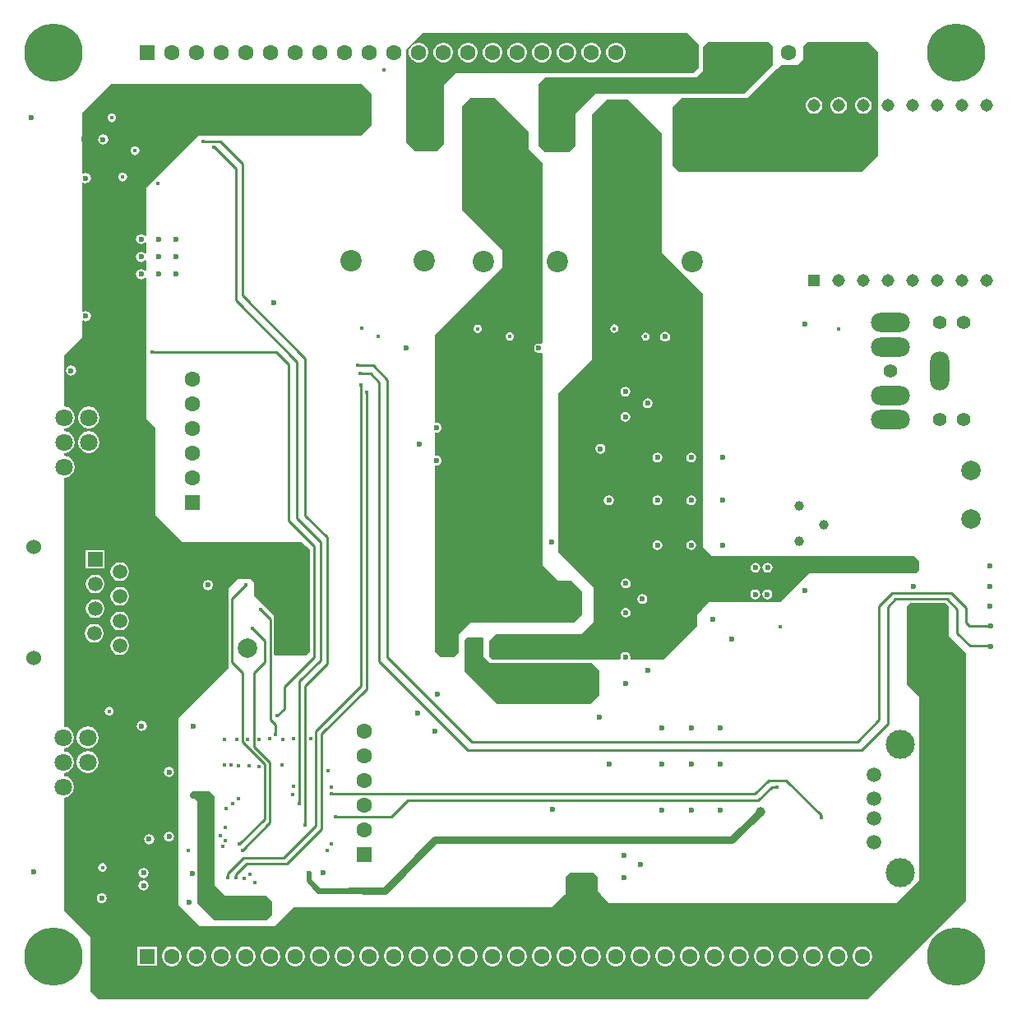
<source format=gbr>
%TF.GenerationSoftware,Altium Limited,Altium Designer,21.8.1 (53)*%
G04 Layer_Physical_Order=3*
G04 Layer_Color=16440176*
%FSLAX45Y45*%
%MOMM*%
%TF.SameCoordinates,BA403207-4E74-424F-88DB-B819054AD5B4*%
%TF.FilePolarity,Positive*%
%TF.FileFunction,Copper,L3,Inr,Signal*%
%TF.Part,Single*%
G01*
G75*
%TA.AperFunction,Conductor*%
%ADD42C,0.25400*%
%ADD43C,0.50000*%
%ADD46C,0.60000*%
%ADD51C,0.80000*%
%TA.AperFunction,ViaPad*%
%ADD53C,6.00000*%
%TA.AperFunction,ComponentPad*%
%ADD54C,1.60000*%
%ADD55R,1.60000X1.60000*%
%ADD56C,2.00000*%
%ADD57R,1.60000X1.60000*%
%ADD58C,1.52400*%
%ADD59C,1.50000*%
%ADD60R,1.50000X1.50000*%
%ADD61O,3.50000X2.60000*%
%ADD62C,2.20000*%
%ADD63C,3.00000*%
%ADD64C,1.80000*%
%ADD65R,1.30800X1.30800*%
%ADD66C,1.30800*%
%ADD67O,2.00000X4.00000*%
%ADD68O,4.00000X2.00000*%
%ADD69C,1.40000*%
%TA.AperFunction,ViaPad*%
%ADD70C,0.45000*%
%ADD71C,0.60000*%
%ADD72C,1.00000*%
%TA.AperFunction,Conductor*%
%ADD73C,0.70000*%
%ADD74C,0.75000*%
G36*
X6650000Y90000D02*
X6650000Y-150000D01*
X6590000Y-210000D01*
X4140000D01*
X4020000Y-330000D01*
Y-940000D01*
X3950000Y-1010000D01*
X3720000D01*
X3630000Y-920000D01*
Y37329D01*
X3803582Y210911D01*
X6529089D01*
X6650000Y90000D01*
D02*
G37*
G36*
X7410000Y70000D02*
X7410000Y-126999D01*
X7116000Y-421000D01*
X5582000D01*
X5380000Y-623000D01*
Y-950000D01*
X5310000Y-1020000D01*
X5060000D01*
X5000000Y-960000D01*
X5000000Y-320000D01*
X5070000Y-250000D01*
X6627000D01*
X6691000Y-186000D01*
Y61000D01*
X6740000Y110000D01*
X7370000D01*
X7410000Y70000D01*
D02*
G37*
G36*
X8489000Y11000D02*
Y-1053000D01*
X8322000Y-1220000D01*
X6440000D01*
X6380000Y-1160000D01*
Y-790000D01*
Y-558000D01*
X6472000Y-466000D01*
X7147895D01*
X7450000Y-163898D01*
X7489575Y-124322D01*
X7667476D01*
X7726301Y-65498D01*
Y70031D01*
X7763180Y110000D01*
X8390000D01*
X8489000Y11000D01*
D02*
G37*
G36*
X3280000Y-420000D02*
Y-740001D01*
X3170001Y-850000D01*
X1494712D01*
X956400Y-1388312D01*
Y-1880689D01*
X943944Y-1883167D01*
X942369Y-1879364D01*
X904100Y-1863513D01*
X865832Y-1879364D01*
X849981Y-1917633D01*
X865832Y-1955901D01*
X904100Y-1971752D01*
X942369Y-1955901D01*
X943944Y-1952098D01*
X956400Y-1954576D01*
Y-2060689D01*
X943944Y-2063167D01*
X942369Y-2059364D01*
X904100Y-2043513D01*
X865832Y-2059364D01*
X849981Y-2097633D01*
X865832Y-2135901D01*
X904100Y-2151752D01*
X942369Y-2135901D01*
X943944Y-2132098D01*
X956400Y-2134576D01*
Y-2240689D01*
X943944Y-2243167D01*
X942369Y-2239364D01*
X904100Y-2223513D01*
X865832Y-2239364D01*
X849981Y-2277633D01*
X865832Y-2315901D01*
X904100Y-2331752D01*
X942369Y-2315901D01*
X943944Y-2312098D01*
X956400Y-2314576D01*
Y-3763873D01*
X1054003Y-3861476D01*
Y-4758067D01*
X1325936Y-5030000D01*
X2549695D01*
X2640000Y-5109017D01*
Y-6160000D01*
X2600000Y-6200000D01*
X2460000D01*
X2459593Y-6199593D01*
X2284725D01*
X2271104Y-6185972D01*
Y-5788425D01*
X2068040Y-5585361D01*
Y-5453153D01*
X2031868Y-5416980D01*
X1895484D01*
Y-5419401D01*
X1807538Y-5507346D01*
Y-5612778D01*
X1806847Y-5614446D01*
Y-6272123D01*
X1807538Y-6273792D01*
Y-6329363D01*
X1670232Y-6466669D01*
X1286087Y-6850814D01*
X1286087Y-8765476D01*
X1508794Y-8988183D01*
X2278446D01*
X2472630Y-8794000D01*
X5131779Y-8795853D01*
X5268084Y-8664986D01*
X5276878Y-8656192D01*
Y-8483217D01*
X5324571Y-8435524D01*
X5560055D01*
X5603277Y-8478746D01*
Y-8620335D01*
X5642028Y-8664986D01*
X5727041Y-8750000D01*
X8682590D01*
X8919378Y-8513212D01*
Y-6635378D01*
X8785000Y-6501000D01*
Y-5692042D01*
X8820310Y-5656732D01*
X9177380D01*
X9218693Y-5698045D01*
Y-5997024D01*
X9402194Y-6180525D01*
Y-8724937D01*
X8382741Y-9744390D01*
X1264389Y-9744389D01*
X1262211Y-9742211D01*
X470444D01*
X382969Y-9654736D01*
Y-9101517D01*
X110000Y-8828548D01*
Y-7664166D01*
X142920Y-7657617D01*
X179305Y-7633305D01*
X203618Y-7596920D01*
X212155Y-7554000D01*
X203618Y-7511080D01*
X179305Y-7474694D01*
X142920Y-7450382D01*
X110000Y-7443834D01*
Y-7410166D01*
X142920Y-7403617D01*
X179305Y-7379305D01*
X203618Y-7342920D01*
X212155Y-7300000D01*
X203618Y-7257080D01*
X179305Y-7220694D01*
X142920Y-7196382D01*
X110000Y-7189834D01*
Y-7156166D01*
X142920Y-7149617D01*
X179305Y-7125305D01*
X203618Y-7088920D01*
X212155Y-7046000D01*
X203618Y-7003080D01*
X179305Y-6966694D01*
X142920Y-6942382D01*
X110000Y-6935834D01*
Y-4372155D01*
X152920Y-4363618D01*
X189305Y-4339306D01*
X213618Y-4302920D01*
X222155Y-4260000D01*
X213618Y-4217080D01*
X189305Y-4180695D01*
X152920Y-4156383D01*
X110000Y-4147845D01*
Y-4118155D01*
X152920Y-4109618D01*
X189305Y-4085306D01*
X213618Y-4048920D01*
X222155Y-4006000D01*
X213618Y-3963080D01*
X189305Y-3926695D01*
X152920Y-3902383D01*
X110000Y-3893845D01*
Y-3864155D01*
X152920Y-3855618D01*
X189305Y-3831306D01*
X213618Y-3794920D01*
X222155Y-3752000D01*
X213618Y-3709080D01*
X189305Y-3672695D01*
X152920Y-3648383D01*
X110000Y-3639845D01*
Y-3108113D01*
X296026Y-2922087D01*
Y-2757411D01*
X306586Y-2750355D01*
X334100Y-2761752D01*
X372369Y-2745901D01*
X388220Y-2707633D01*
X372369Y-2669364D01*
X334100Y-2653513D01*
X306586Y-2664910D01*
X296026Y-2657854D01*
Y-1337411D01*
X306586Y-1330355D01*
X334100Y-1341752D01*
X372369Y-1325901D01*
X388220Y-1287633D01*
X372369Y-1249364D01*
X334100Y-1233513D01*
X306586Y-1244910D01*
X296026Y-1237854D01*
Y-613974D01*
X590001Y-320000D01*
X3180000D01*
X3280000Y-420000D01*
D02*
G37*
G36*
X4891848Y-811849D02*
Y-985936D01*
X5034747Y-1132928D01*
X5034747Y-2490030D01*
Y-2987443D01*
X5022047Y-2995013D01*
X5009946Y-2990000D01*
X4990054D01*
X4971677Y-2997612D01*
X4957612Y-3011677D01*
X4950000Y-3030054D01*
Y-3049946D01*
X4957612Y-3068323D01*
X4971677Y-3082388D01*
X4990054Y-3090000D01*
X5009946D01*
X5022047Y-3084987D01*
X5034747Y-3092557D01*
Y-5270747D01*
X5194000Y-5430000D01*
X5330000D01*
X5445781Y-5545782D01*
Y-5776590D01*
X5362372Y-5860000D01*
X5283355D01*
X4420215Y-5860215D01*
X4296000Y-5860000D01*
X4173000Y-5983000D01*
Y-6177000D01*
X4127000Y-6223000D01*
X3990000D01*
X3933000Y-6166000D01*
Y-4250762D01*
X3940243Y-4245922D01*
X3960134D01*
X3978511Y-4238311D01*
X3992576Y-4224245D01*
X4000188Y-4205868D01*
Y-4185977D01*
X3992576Y-4167600D01*
X3978511Y-4153534D01*
X3960134Y-4145923D01*
X3940243D01*
X3933000Y-4141083D01*
Y-3910762D01*
X3940243Y-3905922D01*
X3960134D01*
X3978511Y-3898310D01*
X3992576Y-3884245D01*
X4000188Y-3865868D01*
Y-3845977D01*
X3992576Y-3827600D01*
X3978511Y-3813534D01*
X3960134Y-3805923D01*
X3940243D01*
X3933000Y-3801083D01*
Y-2897033D01*
X4625470Y-2204563D01*
Y-2033155D01*
X4210000Y-1617685D01*
Y-550000D01*
X4300000Y-460000D01*
X4540000D01*
X4891848Y-811849D01*
D02*
G37*
G36*
X6266825Y-826825D02*
Y-2054469D01*
X6692586Y-2480230D01*
Y-5092559D01*
X6780647Y-5180620D01*
X8867792D01*
X8917942Y-5230770D01*
Y-5327274D01*
X8885497Y-5359719D01*
X7780308D01*
X7484003Y-5656024D01*
X6748334D01*
X6681573Y-5729320D01*
X6632894Y-5778000D01*
Y-5898106D01*
X6287000Y-6244000D01*
X5946006D01*
X5938169Y-6231300D01*
X5941113Y-6216502D01*
X5937232Y-6196993D01*
X5926181Y-6180454D01*
X5909642Y-6169403D01*
X5890133Y-6165523D01*
X5870624Y-6169403D01*
X5854085Y-6180454D01*
X5843034Y-6196993D01*
X5839154Y-6216502D01*
X5842097Y-6231300D01*
X5834260Y-6244000D01*
X4522000D01*
X4488000Y-6210000D01*
Y-6048000D01*
X4552000Y-5984000D01*
X5433781D01*
X5562615Y-5855166D01*
Y-5502789D01*
X5196279Y-5136453D01*
Y-3511442D01*
X5550000Y-3157720D01*
Y-630000D01*
X5700000Y-480000D01*
X5920000D01*
X6266825Y-826825D01*
D02*
G37*
G36*
X4433000Y-6028785D02*
Y-6215000D01*
X4495000Y-6277000D01*
X5542000D01*
X5544000Y-6275000D01*
X5620000Y-6351000D01*
Y-6605000D01*
X5526000Y-6699000D01*
X4568000D01*
X4235000Y-6366000D01*
Y-6039000D01*
X4262000Y-6012000D01*
X4416215D01*
X4433000Y-6028785D01*
D02*
G37*
G36*
X1663127Y-7657901D02*
Y-8574989D01*
X1766201Y-8678062D01*
X2197795D01*
X2256900Y-8737168D01*
Y-8867608D01*
X2197067Y-8927441D01*
X2197016Y-8927398D01*
X2197016Y-8927399D01*
X2196698Y-8927716D01*
X2184653Y-8928257D01*
X1663127D01*
X1483000Y-8748130D01*
Y-7705675D01*
X1456617Y-7679293D01*
X1430235D01*
X1405346Y-7654404D01*
Y-7624795D01*
X1429399Y-7600742D01*
X1605968D01*
X1663127Y-7657901D01*
D02*
G37*
%LPC*%
G36*
X5805665Y105000D02*
X5779335D01*
X5753902Y98185D01*
X5731099Y85020D01*
X5712480Y66401D01*
X5699315Y43599D01*
X5692500Y18166D01*
Y-8165D01*
X5699315Y-33598D01*
X5712480Y-56401D01*
X5731099Y-75019D01*
X5753902Y-88185D01*
X5779335Y-95000D01*
X5805665D01*
X5831098Y-88185D01*
X5853901Y-75019D01*
X5872520Y-56401D01*
X5885685Y-33598D01*
X5892500Y-8165D01*
Y18166D01*
X5885685Y43599D01*
X5872520Y66401D01*
X5853901Y85020D01*
X5831098Y98185D01*
X5805665Y105000D01*
D02*
G37*
G36*
X5551665D02*
X5525335D01*
X5499902Y98185D01*
X5477099Y85020D01*
X5458480Y66401D01*
X5445315Y43599D01*
X5438500Y18166D01*
Y-8165D01*
X5445315Y-33598D01*
X5458480Y-56401D01*
X5477099Y-75019D01*
X5499902Y-88185D01*
X5525335Y-95000D01*
X5551665D01*
X5577098Y-88185D01*
X5599901Y-75019D01*
X5618520Y-56401D01*
X5631685Y-33598D01*
X5638500Y-8165D01*
Y18166D01*
X5631685Y43599D01*
X5618520Y66401D01*
X5599901Y85020D01*
X5577098Y98185D01*
X5551665Y105000D01*
D02*
G37*
G36*
X5297665D02*
X5271335D01*
X5245902Y98185D01*
X5223099Y85020D01*
X5204480Y66401D01*
X5191315Y43599D01*
X5184500Y18166D01*
Y-8165D01*
X5191315Y-33598D01*
X5204480Y-56401D01*
X5223099Y-75019D01*
X5245902Y-88185D01*
X5271335Y-95000D01*
X5297665D01*
X5323098Y-88185D01*
X5345901Y-75019D01*
X5364520Y-56401D01*
X5377685Y-33598D01*
X5384500Y-8165D01*
Y18166D01*
X5377685Y43599D01*
X5364520Y66401D01*
X5345901Y85020D01*
X5323098Y98185D01*
X5297665Y105000D01*
D02*
G37*
G36*
X5043665D02*
X5017335D01*
X4991902Y98185D01*
X4969099Y85020D01*
X4950480Y66401D01*
X4937315Y43599D01*
X4930500Y18166D01*
Y-8165D01*
X4937315Y-33598D01*
X4950480Y-56401D01*
X4969099Y-75019D01*
X4991902Y-88185D01*
X5017335Y-95000D01*
X5043665D01*
X5069098Y-88185D01*
X5091901Y-75019D01*
X5110520Y-56401D01*
X5123685Y-33598D01*
X5130500Y-8165D01*
Y18166D01*
X5123685Y43599D01*
X5110520Y66401D01*
X5091901Y85020D01*
X5069098Y98185D01*
X5043665Y105000D01*
D02*
G37*
G36*
X4789665D02*
X4763335D01*
X4737902Y98185D01*
X4715099Y85020D01*
X4696480Y66401D01*
X4683315Y43599D01*
X4676500Y18166D01*
Y-8165D01*
X4683315Y-33598D01*
X4696480Y-56401D01*
X4715099Y-75019D01*
X4737902Y-88185D01*
X4763335Y-95000D01*
X4789665D01*
X4815098Y-88185D01*
X4837901Y-75019D01*
X4856520Y-56401D01*
X4869685Y-33598D01*
X4876500Y-8165D01*
Y18166D01*
X4869685Y43599D01*
X4856520Y66401D01*
X4837901Y85020D01*
X4815098Y98185D01*
X4789665Y105000D01*
D02*
G37*
G36*
X4535665D02*
X4509335D01*
X4483902Y98185D01*
X4461099Y85020D01*
X4442480Y66401D01*
X4429315Y43599D01*
X4422500Y18166D01*
Y-8165D01*
X4429315Y-33598D01*
X4442480Y-56401D01*
X4461099Y-75019D01*
X4483902Y-88185D01*
X4509335Y-95000D01*
X4535665D01*
X4561098Y-88185D01*
X4583901Y-75019D01*
X4602520Y-56401D01*
X4615685Y-33598D01*
X4622500Y-8165D01*
Y18166D01*
X4615685Y43599D01*
X4602520Y66401D01*
X4583901Y85020D01*
X4561098Y98185D01*
X4535665Y105000D01*
D02*
G37*
G36*
X4281665D02*
X4255335D01*
X4229902Y98185D01*
X4207099Y85020D01*
X4188480Y66401D01*
X4175315Y43599D01*
X4168500Y18166D01*
Y-8165D01*
X4175315Y-33598D01*
X4188480Y-56401D01*
X4207099Y-75019D01*
X4229902Y-88185D01*
X4255335Y-95000D01*
X4281665D01*
X4307098Y-88185D01*
X4329901Y-75019D01*
X4348520Y-56401D01*
X4361685Y-33598D01*
X4368500Y-8165D01*
Y18166D01*
X4361685Y43599D01*
X4348520Y66401D01*
X4329901Y85020D01*
X4307098Y98185D01*
X4281665Y105000D01*
D02*
G37*
G36*
X4027665D02*
X4001335D01*
X3975902Y98185D01*
X3953099Y85020D01*
X3934480Y66401D01*
X3921315Y43599D01*
X3914500Y18166D01*
Y-8165D01*
X3921315Y-33598D01*
X3934480Y-56401D01*
X3953099Y-75019D01*
X3975902Y-88185D01*
X4001335Y-95000D01*
X4027665D01*
X4053098Y-88185D01*
X4075901Y-75019D01*
X4094520Y-56401D01*
X4107685Y-33598D01*
X4114500Y-8165D01*
Y18166D01*
X4107685Y43599D01*
X4094520Y66401D01*
X4075901Y85020D01*
X4053098Y98185D01*
X4027665Y105000D01*
D02*
G37*
G36*
X3773665D02*
X3747335D01*
X3721902Y98185D01*
X3699099Y85020D01*
X3680480Y66401D01*
X3667315Y43599D01*
X3660500Y18166D01*
Y-8165D01*
X3667315Y-33598D01*
X3680480Y-56401D01*
X3699099Y-75019D01*
X3721902Y-88185D01*
X3747335Y-95000D01*
X3773665D01*
X3799098Y-88185D01*
X3821901Y-75019D01*
X3840520Y-56401D01*
X3853685Y-33598D01*
X3860500Y-8165D01*
Y18166D01*
X3853685Y43599D01*
X3840520Y66401D01*
X3821901Y85020D01*
X3799098Y98185D01*
X3773665Y105000D01*
D02*
G37*
G36*
X8353263Y-454674D02*
X8330777D01*
X8309057Y-460494D01*
X8289583Y-471737D01*
X8273683Y-487637D01*
X8262440Y-507110D01*
X8256620Y-528831D01*
Y-551317D01*
X8262440Y-573037D01*
X8273683Y-592510D01*
X8289583Y-608411D01*
X8309057Y-619654D01*
X8330777Y-625473D01*
X8353263D01*
X8374983Y-619654D01*
X8394457Y-608411D01*
X8410357Y-592510D01*
X8421600Y-573037D01*
X8427420Y-551317D01*
Y-528831D01*
X8421600Y-507110D01*
X8410357Y-487637D01*
X8394457Y-471737D01*
X8374983Y-460494D01*
X8353263Y-454674D01*
D02*
G37*
G36*
X8099263D02*
X8076777D01*
X8055057Y-460494D01*
X8035583Y-471737D01*
X8019683Y-487637D01*
X8008440Y-507110D01*
X8002620Y-528831D01*
Y-551317D01*
X8008440Y-573037D01*
X8019683Y-592510D01*
X8035583Y-608411D01*
X8055057Y-619654D01*
X8076777Y-625473D01*
X8099263D01*
X8120983Y-619654D01*
X8140457Y-608411D01*
X8156357Y-592510D01*
X8167600Y-573037D01*
X8173420Y-551317D01*
Y-528831D01*
X8167600Y-507110D01*
X8156357Y-487637D01*
X8140457Y-471737D01*
X8120983Y-460494D01*
X8099263Y-454674D01*
D02*
G37*
G36*
X7845263D02*
X7822777D01*
X7801057Y-460494D01*
X7781583Y-471737D01*
X7765683Y-487637D01*
X7754440Y-507110D01*
X7748620Y-528831D01*
Y-551317D01*
X7754440Y-573037D01*
X7765683Y-592510D01*
X7781583Y-608411D01*
X7801057Y-619654D01*
X7822777Y-625473D01*
X7845263D01*
X7866983Y-619654D01*
X7886457Y-608411D01*
X7902357Y-592510D01*
X7913600Y-573037D01*
X7919420Y-551317D01*
Y-528831D01*
X7913600Y-507110D01*
X7902357Y-487637D01*
X7886457Y-471737D01*
X7866983Y-460494D01*
X7845263Y-454674D01*
D02*
G37*
G36*
X602199Y-620733D02*
X569671Y-634206D01*
X556197Y-666734D01*
X569671Y-699262D01*
X602199Y-712736D01*
X634727Y-699262D01*
X648200Y-666734D01*
X634727Y-634206D01*
X602199Y-620733D01*
D02*
G37*
G36*
X512205Y-835880D02*
X473937Y-851731D01*
X458085Y-889999D01*
X473937Y-928268D01*
X512205Y-944119D01*
X550473Y-928268D01*
X566324Y-889999D01*
X550473Y-851731D01*
X512205Y-835880D01*
D02*
G37*
G36*
X839929Y-959140D02*
X807401Y-972613D01*
X793928Y-1005141D01*
X807401Y-1037670D01*
X839929Y-1051143D01*
X872457Y-1037670D01*
X885930Y-1005141D01*
X872457Y-972613D01*
X839929Y-959140D01*
D02*
G37*
G36*
X713440Y-1230697D02*
X680912Y-1244170D01*
X667439Y-1276698D01*
X680912Y-1309226D01*
X713440Y-1322699D01*
X745968Y-1309226D01*
X759441Y-1276698D01*
X745968Y-1244170D01*
X713440Y-1230697D01*
D02*
G37*
G36*
X180000Y-3215881D02*
X141731Y-3231732D01*
X125880Y-3270000D01*
X141731Y-3308268D01*
X180000Y-3324120D01*
X218268Y-3308268D01*
X234119Y-3270000D01*
X218268Y-3231732D01*
X180000Y-3215881D01*
D02*
G37*
G36*
X364000Y-3639845D02*
X321080Y-3648383D01*
X284695Y-3672695D01*
X260383Y-3709080D01*
X251845Y-3752000D01*
X260383Y-3794920D01*
X284695Y-3831306D01*
X321080Y-3855618D01*
X364000Y-3864155D01*
X406920Y-3855618D01*
X443305Y-3831306D01*
X467618Y-3794920D01*
X476155Y-3752000D01*
X467618Y-3709080D01*
X443305Y-3672695D01*
X406920Y-3648383D01*
X364000Y-3639845D01*
D02*
G37*
G36*
Y-3893845D02*
X321080Y-3902383D01*
X284695Y-3926695D01*
X260383Y-3963080D01*
X251845Y-4006000D01*
X260383Y-4048920D01*
X284695Y-4085306D01*
X321080Y-4109618D01*
X364000Y-4118155D01*
X406920Y-4109618D01*
X443305Y-4085306D01*
X467618Y-4048920D01*
X476155Y-4006000D01*
X467618Y-3963080D01*
X443305Y-3926695D01*
X406920Y-3902383D01*
X364000Y-3893845D01*
D02*
G37*
G36*
X525000Y-5117000D02*
X335000D01*
Y-5307000D01*
X525000D01*
Y-5117000D01*
D02*
G37*
G36*
X684000Y-5242139D02*
X646933Y-5249512D01*
X615509Y-5270509D01*
X594512Y-5301933D01*
X587139Y-5339000D01*
X594512Y-5376067D01*
X615509Y-5407491D01*
X646933Y-5428488D01*
X684000Y-5435861D01*
X721067Y-5428488D01*
X752491Y-5407491D01*
X773488Y-5376067D01*
X780861Y-5339000D01*
X773488Y-5301933D01*
X752491Y-5270509D01*
X721067Y-5249512D01*
X684000Y-5242139D01*
D02*
G37*
G36*
X1592554Y-5422355D02*
X1554286Y-5438206D01*
X1538435Y-5476474D01*
X1554286Y-5514743D01*
X1592554Y-5530594D01*
X1630823Y-5514743D01*
X1646674Y-5476474D01*
X1630823Y-5438206D01*
X1592554Y-5422355D01*
D02*
G37*
G36*
X430000Y-5369139D02*
X392933Y-5376512D01*
X361509Y-5397509D01*
X340512Y-5428933D01*
X333139Y-5466000D01*
X340512Y-5503067D01*
X361509Y-5534491D01*
X392933Y-5555488D01*
X430000Y-5562861D01*
X467067Y-5555488D01*
X498491Y-5534491D01*
X519488Y-5503067D01*
X526861Y-5466000D01*
X519488Y-5428933D01*
X498491Y-5397509D01*
X467067Y-5376512D01*
X430000Y-5369139D01*
D02*
G37*
G36*
X684000Y-5496139D02*
X646933Y-5503512D01*
X615509Y-5524509D01*
X594512Y-5555933D01*
X587139Y-5593000D01*
X594512Y-5630067D01*
X615509Y-5661491D01*
X646933Y-5682488D01*
X684000Y-5689861D01*
X721067Y-5682488D01*
X752491Y-5661491D01*
X773488Y-5630067D01*
X780861Y-5593000D01*
X773488Y-5555933D01*
X752491Y-5524509D01*
X721067Y-5503512D01*
X684000Y-5496139D01*
D02*
G37*
G36*
X430000Y-5623139D02*
X392933Y-5630512D01*
X361509Y-5651509D01*
X340512Y-5682933D01*
X333139Y-5720000D01*
X340512Y-5757067D01*
X361509Y-5788491D01*
X392933Y-5809488D01*
X430000Y-5816861D01*
X467067Y-5809488D01*
X498491Y-5788491D01*
X519488Y-5757067D01*
X526861Y-5720000D01*
X519488Y-5682933D01*
X498491Y-5651509D01*
X467067Y-5630512D01*
X430000Y-5623139D01*
D02*
G37*
G36*
X684000Y-5750139D02*
X646933Y-5757512D01*
X615509Y-5778509D01*
X594512Y-5809933D01*
X587139Y-5847000D01*
X594512Y-5884067D01*
X615509Y-5915491D01*
X646933Y-5936488D01*
X684000Y-5943861D01*
X721067Y-5936488D01*
X752491Y-5915491D01*
X773488Y-5884067D01*
X780861Y-5847000D01*
X773488Y-5809933D01*
X752491Y-5778509D01*
X721067Y-5757512D01*
X684000Y-5750139D01*
D02*
G37*
G36*
X420000Y-5877139D02*
X382933Y-5884512D01*
X351509Y-5905509D01*
X330512Y-5936933D01*
X323139Y-5974000D01*
X330512Y-6011067D01*
X351509Y-6042491D01*
X382933Y-6063488D01*
X420000Y-6070861D01*
X457067Y-6063488D01*
X488491Y-6042491D01*
X509488Y-6011067D01*
X516861Y-5974000D01*
X509488Y-5936933D01*
X488491Y-5905509D01*
X457067Y-5884512D01*
X420000Y-5877139D01*
D02*
G37*
G36*
X684000Y-6004139D02*
X646933Y-6011512D01*
X615509Y-6032509D01*
X594512Y-6063933D01*
X587139Y-6101000D01*
X594512Y-6138067D01*
X615509Y-6169491D01*
X646933Y-6190488D01*
X684000Y-6197861D01*
X721067Y-6190488D01*
X752491Y-6169491D01*
X773488Y-6138067D01*
X780861Y-6101000D01*
X773488Y-6063933D01*
X752491Y-6032509D01*
X721067Y-6011512D01*
X684000Y-6004139D01*
D02*
G37*
G36*
X575844Y-6730582D02*
X543316Y-6744056D01*
X529843Y-6776584D01*
X543316Y-6809112D01*
X575844Y-6822585D01*
X608372Y-6809112D01*
X621846Y-6776584D01*
X608372Y-6744056D01*
X575844Y-6730582D01*
D02*
G37*
G36*
X909240Y-6873787D02*
X870972Y-6889638D01*
X855121Y-6927907D01*
X870972Y-6966175D01*
X909240Y-6982026D01*
X947509Y-6966175D01*
X963360Y-6927907D01*
X947509Y-6889638D01*
X909240Y-6873787D01*
D02*
G37*
G36*
X354000Y-6933845D02*
X311080Y-6942382D01*
X274695Y-6966694D01*
X250383Y-7003080D01*
X241845Y-7046000D01*
X250383Y-7088920D01*
X274695Y-7125305D01*
X311080Y-7149617D01*
X354000Y-7158155D01*
X396920Y-7149617D01*
X433305Y-7125305D01*
X457618Y-7088920D01*
X466155Y-7046000D01*
X457618Y-7003080D01*
X433305Y-6966694D01*
X396920Y-6942382D01*
X354000Y-6933845D01*
D02*
G37*
G36*
Y-7187845D02*
X311080Y-7196382D01*
X274695Y-7220694D01*
X250383Y-7257080D01*
X241845Y-7300000D01*
X250383Y-7342920D01*
X274695Y-7379305D01*
X311080Y-7403617D01*
X354000Y-7412155D01*
X396920Y-7403617D01*
X433305Y-7379305D01*
X457618Y-7342920D01*
X466155Y-7300000D01*
X457618Y-7257080D01*
X433305Y-7220694D01*
X396920Y-7196382D01*
X354000Y-7187845D01*
D02*
G37*
G36*
X1192621Y-7349619D02*
X1154353Y-7365470D01*
X1138502Y-7403739D01*
X1154353Y-7442007D01*
X1192621Y-7457858D01*
X1230890Y-7442007D01*
X1246741Y-7403739D01*
X1230890Y-7365470D01*
X1192621Y-7349619D01*
D02*
G37*
G36*
X1192175Y-8011383D02*
X1153907Y-8027234D01*
X1138056Y-8065503D01*
X1153907Y-8103771D01*
X1192175Y-8119622D01*
X1230444Y-8103771D01*
X1246295Y-8065503D01*
X1230444Y-8027234D01*
X1192175Y-8011383D01*
D02*
G37*
G36*
X985000Y-8038380D02*
X946732Y-8054232D01*
X930881Y-8092500D01*
X946732Y-8130768D01*
X985000Y-8146619D01*
X1023268Y-8130768D01*
X1039120Y-8092500D01*
X1023268Y-8054232D01*
X985000Y-8038380D01*
D02*
G37*
G36*
X505844Y-8338083D02*
X473316Y-8351556D01*
X459843Y-8384084D01*
X473316Y-8416612D01*
X505844Y-8430086D01*
X538372Y-8416612D01*
X551846Y-8384084D01*
X538372Y-8351556D01*
X505844Y-8338083D01*
D02*
G37*
G36*
X930000Y-8385880D02*
X891732Y-8401731D01*
X875880Y-8440000D01*
X891732Y-8478268D01*
X930000Y-8494119D01*
X968268Y-8478268D01*
X984119Y-8440000D01*
X968268Y-8401731D01*
X930000Y-8385880D01*
D02*
G37*
G36*
Y-8515880D02*
X891732Y-8531731D01*
X875880Y-8570000D01*
X891732Y-8608268D01*
X930000Y-8624119D01*
X968268Y-8608268D01*
X984119Y-8570000D01*
X968268Y-8531731D01*
X930000Y-8515880D01*
D02*
G37*
G36*
X500000Y-8645881D02*
X461732Y-8661732D01*
X445880Y-8700000D01*
X461732Y-8738269D01*
X500000Y-8754120D01*
X538268Y-8738269D01*
X554120Y-8700000D01*
X538268Y-8661732D01*
X500000Y-8645881D01*
D02*
G37*
G36*
X1065500Y-9197500D02*
X865500D01*
Y-9397500D01*
X1065500D01*
Y-9197500D01*
D02*
G37*
G36*
X8331500Y-9195541D02*
X8292482Y-9203302D01*
X8259404Y-9225404D01*
X8237302Y-9258482D01*
X8229541Y-9297500D01*
X8237302Y-9336518D01*
X8259404Y-9369596D01*
X8292482Y-9391697D01*
X8331500Y-9399459D01*
X8370518Y-9391697D01*
X8403596Y-9369596D01*
X8425698Y-9336518D01*
X8433459Y-9297500D01*
X8425698Y-9258482D01*
X8403596Y-9225404D01*
X8370518Y-9203302D01*
X8331500Y-9195541D01*
D02*
G37*
G36*
X8077500D02*
X8038482Y-9203302D01*
X8005404Y-9225404D01*
X7983302Y-9258482D01*
X7975541Y-9297500D01*
X7983302Y-9336518D01*
X8005404Y-9369596D01*
X8038482Y-9391697D01*
X8077500Y-9399459D01*
X8116518Y-9391697D01*
X8149596Y-9369596D01*
X8171698Y-9336518D01*
X8179459Y-9297500D01*
X8171698Y-9258482D01*
X8149596Y-9225404D01*
X8116518Y-9203302D01*
X8077500Y-9195541D01*
D02*
G37*
G36*
X7823500D02*
X7784482Y-9203302D01*
X7751404Y-9225404D01*
X7729302Y-9258482D01*
X7721541Y-9297500D01*
X7729302Y-9336518D01*
X7751404Y-9369596D01*
X7784482Y-9391697D01*
X7823500Y-9399459D01*
X7862518Y-9391697D01*
X7895596Y-9369596D01*
X7917698Y-9336518D01*
X7925459Y-9297500D01*
X7917698Y-9258482D01*
X7895596Y-9225404D01*
X7862518Y-9203302D01*
X7823500Y-9195541D01*
D02*
G37*
G36*
X7569500D02*
X7530482Y-9203302D01*
X7497404Y-9225404D01*
X7475302Y-9258482D01*
X7467541Y-9297500D01*
X7475302Y-9336518D01*
X7497404Y-9369596D01*
X7530482Y-9391697D01*
X7569500Y-9399459D01*
X7608518Y-9391697D01*
X7641596Y-9369596D01*
X7663698Y-9336518D01*
X7671459Y-9297500D01*
X7663698Y-9258482D01*
X7641596Y-9225404D01*
X7608518Y-9203302D01*
X7569500Y-9195541D01*
D02*
G37*
G36*
X7315500D02*
X7276482Y-9203302D01*
X7243404Y-9225404D01*
X7221302Y-9258482D01*
X7213541Y-9297500D01*
X7221302Y-9336518D01*
X7243404Y-9369596D01*
X7276482Y-9391697D01*
X7315500Y-9399459D01*
X7354518Y-9391697D01*
X7387596Y-9369596D01*
X7409698Y-9336518D01*
X7417459Y-9297500D01*
X7409698Y-9258482D01*
X7387596Y-9225404D01*
X7354518Y-9203302D01*
X7315500Y-9195541D01*
D02*
G37*
G36*
X7061500D02*
X7022482Y-9203302D01*
X6989404Y-9225404D01*
X6967302Y-9258482D01*
X6959541Y-9297500D01*
X6967302Y-9336518D01*
X6989404Y-9369596D01*
X7022482Y-9391697D01*
X7061500Y-9399459D01*
X7100518Y-9391697D01*
X7133596Y-9369596D01*
X7155698Y-9336518D01*
X7163459Y-9297500D01*
X7155698Y-9258482D01*
X7133596Y-9225404D01*
X7100518Y-9203302D01*
X7061500Y-9195541D01*
D02*
G37*
G36*
X6807500D02*
X6768482Y-9203302D01*
X6735404Y-9225404D01*
X6713302Y-9258482D01*
X6705541Y-9297500D01*
X6713302Y-9336518D01*
X6735404Y-9369596D01*
X6768482Y-9391697D01*
X6807500Y-9399459D01*
X6846518Y-9391697D01*
X6879596Y-9369596D01*
X6901698Y-9336518D01*
X6909459Y-9297500D01*
X6901698Y-9258482D01*
X6879596Y-9225404D01*
X6846518Y-9203302D01*
X6807500Y-9195541D01*
D02*
G37*
G36*
X6553500D02*
X6514482Y-9203302D01*
X6481404Y-9225404D01*
X6459302Y-9258482D01*
X6451541Y-9297500D01*
X6459302Y-9336518D01*
X6481404Y-9369596D01*
X6514482Y-9391697D01*
X6553500Y-9399459D01*
X6592518Y-9391697D01*
X6625596Y-9369596D01*
X6647698Y-9336518D01*
X6655459Y-9297500D01*
X6647698Y-9258482D01*
X6625596Y-9225404D01*
X6592518Y-9203302D01*
X6553500Y-9195541D01*
D02*
G37*
G36*
X6299500D02*
X6260482Y-9203302D01*
X6227404Y-9225404D01*
X6205302Y-9258482D01*
X6197541Y-9297500D01*
X6205302Y-9336518D01*
X6227404Y-9369596D01*
X6260482Y-9391697D01*
X6299500Y-9399459D01*
X6338518Y-9391697D01*
X6371596Y-9369596D01*
X6393698Y-9336518D01*
X6401459Y-9297500D01*
X6393698Y-9258482D01*
X6371596Y-9225404D01*
X6338518Y-9203302D01*
X6299500Y-9195541D01*
D02*
G37*
G36*
X6045500D02*
X6006482Y-9203302D01*
X5973404Y-9225404D01*
X5951302Y-9258482D01*
X5943541Y-9297500D01*
X5951302Y-9336518D01*
X5973404Y-9369596D01*
X6006482Y-9391697D01*
X6045500Y-9399459D01*
X6084518Y-9391697D01*
X6117596Y-9369596D01*
X6139698Y-9336518D01*
X6147459Y-9297500D01*
X6139698Y-9258482D01*
X6117596Y-9225404D01*
X6084518Y-9203302D01*
X6045500Y-9195541D01*
D02*
G37*
G36*
X5791500D02*
X5752482Y-9203302D01*
X5719404Y-9225404D01*
X5697302Y-9258482D01*
X5689541Y-9297500D01*
X5697302Y-9336518D01*
X5719404Y-9369596D01*
X5752482Y-9391697D01*
X5791500Y-9399459D01*
X5830518Y-9391697D01*
X5863596Y-9369596D01*
X5885698Y-9336518D01*
X5893459Y-9297500D01*
X5885698Y-9258482D01*
X5863596Y-9225404D01*
X5830518Y-9203302D01*
X5791500Y-9195541D01*
D02*
G37*
G36*
X5537500D02*
X5498482Y-9203302D01*
X5465404Y-9225404D01*
X5443302Y-9258482D01*
X5435541Y-9297500D01*
X5443302Y-9336518D01*
X5465404Y-9369596D01*
X5498482Y-9391697D01*
X5537500Y-9399459D01*
X5576518Y-9391697D01*
X5609596Y-9369596D01*
X5631698Y-9336518D01*
X5639459Y-9297500D01*
X5631698Y-9258482D01*
X5609596Y-9225404D01*
X5576518Y-9203302D01*
X5537500Y-9195541D01*
D02*
G37*
G36*
X5283500D02*
X5244482Y-9203302D01*
X5211404Y-9225404D01*
X5189302Y-9258482D01*
X5181541Y-9297500D01*
X5189302Y-9336518D01*
X5211404Y-9369596D01*
X5244482Y-9391697D01*
X5283500Y-9399459D01*
X5322518Y-9391697D01*
X5355596Y-9369596D01*
X5377698Y-9336518D01*
X5385459Y-9297500D01*
X5377698Y-9258482D01*
X5355596Y-9225404D01*
X5322518Y-9203302D01*
X5283500Y-9195541D01*
D02*
G37*
G36*
X5029500D02*
X4990482Y-9203302D01*
X4957404Y-9225404D01*
X4935302Y-9258482D01*
X4927541Y-9297500D01*
X4935302Y-9336518D01*
X4957404Y-9369596D01*
X4990482Y-9391697D01*
X5029500Y-9399459D01*
X5068518Y-9391697D01*
X5101596Y-9369596D01*
X5123698Y-9336518D01*
X5131459Y-9297500D01*
X5123698Y-9258482D01*
X5101596Y-9225404D01*
X5068518Y-9203302D01*
X5029500Y-9195541D01*
D02*
G37*
G36*
X4775500D02*
X4736482Y-9203302D01*
X4703404Y-9225404D01*
X4681302Y-9258482D01*
X4673541Y-9297500D01*
X4681302Y-9336518D01*
X4703404Y-9369596D01*
X4736482Y-9391697D01*
X4775500Y-9399459D01*
X4814518Y-9391697D01*
X4847596Y-9369596D01*
X4869698Y-9336518D01*
X4877459Y-9297500D01*
X4869698Y-9258482D01*
X4847596Y-9225404D01*
X4814518Y-9203302D01*
X4775500Y-9195541D01*
D02*
G37*
G36*
X4521500D02*
X4482482Y-9203302D01*
X4449404Y-9225404D01*
X4427302Y-9258482D01*
X4419541Y-9297500D01*
X4427302Y-9336518D01*
X4449404Y-9369596D01*
X4482482Y-9391697D01*
X4521500Y-9399459D01*
X4560518Y-9391697D01*
X4593596Y-9369596D01*
X4615698Y-9336518D01*
X4623459Y-9297500D01*
X4615698Y-9258482D01*
X4593596Y-9225404D01*
X4560518Y-9203302D01*
X4521500Y-9195541D01*
D02*
G37*
G36*
X4267500D02*
X4228482Y-9203302D01*
X4195404Y-9225404D01*
X4173302Y-9258482D01*
X4165541Y-9297500D01*
X4173302Y-9336518D01*
X4195404Y-9369596D01*
X4228482Y-9391697D01*
X4267500Y-9399459D01*
X4306518Y-9391697D01*
X4339596Y-9369596D01*
X4361698Y-9336518D01*
X4369459Y-9297500D01*
X4361698Y-9258482D01*
X4339596Y-9225404D01*
X4306518Y-9203302D01*
X4267500Y-9195541D01*
D02*
G37*
G36*
X4013500D02*
X3974482Y-9203302D01*
X3941404Y-9225404D01*
X3919302Y-9258482D01*
X3911541Y-9297500D01*
X3919302Y-9336518D01*
X3941404Y-9369596D01*
X3974482Y-9391697D01*
X4013500Y-9399459D01*
X4052518Y-9391697D01*
X4085596Y-9369596D01*
X4107698Y-9336518D01*
X4115459Y-9297500D01*
X4107698Y-9258482D01*
X4085596Y-9225404D01*
X4052518Y-9203302D01*
X4013500Y-9195541D01*
D02*
G37*
G36*
X3759500D02*
X3720482Y-9203302D01*
X3687404Y-9225404D01*
X3665302Y-9258482D01*
X3657541Y-9297500D01*
X3665302Y-9336518D01*
X3687404Y-9369596D01*
X3720482Y-9391697D01*
X3759500Y-9399459D01*
X3798518Y-9391697D01*
X3831596Y-9369596D01*
X3853698Y-9336518D01*
X3861459Y-9297500D01*
X3853698Y-9258482D01*
X3831596Y-9225404D01*
X3798518Y-9203302D01*
X3759500Y-9195541D01*
D02*
G37*
G36*
X3505500D02*
X3466482Y-9203302D01*
X3433404Y-9225404D01*
X3411302Y-9258482D01*
X3403541Y-9297500D01*
X3411302Y-9336518D01*
X3433404Y-9369596D01*
X3466482Y-9391697D01*
X3505500Y-9399459D01*
X3544518Y-9391697D01*
X3577596Y-9369596D01*
X3599698Y-9336518D01*
X3607459Y-9297500D01*
X3599698Y-9258482D01*
X3577596Y-9225404D01*
X3544518Y-9203302D01*
X3505500Y-9195541D01*
D02*
G37*
G36*
X3251500D02*
X3212482Y-9203302D01*
X3179404Y-9225404D01*
X3157302Y-9258482D01*
X3149541Y-9297500D01*
X3157302Y-9336518D01*
X3179404Y-9369596D01*
X3212482Y-9391697D01*
X3251500Y-9399459D01*
X3290518Y-9391697D01*
X3323596Y-9369596D01*
X3345698Y-9336518D01*
X3353459Y-9297500D01*
X3345698Y-9258482D01*
X3323596Y-9225404D01*
X3290518Y-9203302D01*
X3251500Y-9195541D01*
D02*
G37*
G36*
X2997500D02*
X2958482Y-9203302D01*
X2925404Y-9225404D01*
X2903302Y-9258482D01*
X2895541Y-9297500D01*
X2903302Y-9336518D01*
X2925404Y-9369596D01*
X2958482Y-9391697D01*
X2997500Y-9399459D01*
X3036518Y-9391697D01*
X3069596Y-9369596D01*
X3091698Y-9336518D01*
X3099459Y-9297500D01*
X3091698Y-9258482D01*
X3069596Y-9225404D01*
X3036518Y-9203302D01*
X2997500Y-9195541D01*
D02*
G37*
G36*
X2743500D02*
X2704482Y-9203302D01*
X2671404Y-9225404D01*
X2649302Y-9258482D01*
X2641541Y-9297500D01*
X2649302Y-9336518D01*
X2671404Y-9369596D01*
X2704482Y-9391697D01*
X2743500Y-9399459D01*
X2782518Y-9391697D01*
X2815596Y-9369596D01*
X2837698Y-9336518D01*
X2845459Y-9297500D01*
X2837698Y-9258482D01*
X2815596Y-9225404D01*
X2782518Y-9203302D01*
X2743500Y-9195541D01*
D02*
G37*
G36*
X2489500D02*
X2450482Y-9203302D01*
X2417404Y-9225404D01*
X2395302Y-9258482D01*
X2387541Y-9297500D01*
X2395302Y-9336518D01*
X2417404Y-9369596D01*
X2450482Y-9391697D01*
X2489500Y-9399459D01*
X2528518Y-9391697D01*
X2561596Y-9369596D01*
X2583698Y-9336518D01*
X2591459Y-9297500D01*
X2583698Y-9258482D01*
X2561596Y-9225404D01*
X2528518Y-9203302D01*
X2489500Y-9195541D01*
D02*
G37*
G36*
X2235500D02*
X2196482Y-9203302D01*
X2163404Y-9225404D01*
X2141302Y-9258482D01*
X2133541Y-9297500D01*
X2141302Y-9336518D01*
X2163404Y-9369596D01*
X2196482Y-9391697D01*
X2235500Y-9399459D01*
X2274518Y-9391697D01*
X2307596Y-9369596D01*
X2329698Y-9336518D01*
X2337459Y-9297500D01*
X2329698Y-9258482D01*
X2307596Y-9225404D01*
X2274518Y-9203302D01*
X2235500Y-9195541D01*
D02*
G37*
G36*
X1981500D02*
X1942482Y-9203302D01*
X1909404Y-9225404D01*
X1887302Y-9258482D01*
X1879541Y-9297500D01*
X1887302Y-9336518D01*
X1909404Y-9369596D01*
X1942482Y-9391697D01*
X1981500Y-9399459D01*
X2020518Y-9391697D01*
X2053596Y-9369596D01*
X2075698Y-9336518D01*
X2083459Y-9297500D01*
X2075698Y-9258482D01*
X2053596Y-9225404D01*
X2020518Y-9203302D01*
X1981500Y-9195541D01*
D02*
G37*
G36*
X1727500D02*
X1688482Y-9203302D01*
X1655404Y-9225404D01*
X1633302Y-9258482D01*
X1625541Y-9297500D01*
X1633302Y-9336518D01*
X1655404Y-9369596D01*
X1688482Y-9391697D01*
X1727500Y-9399459D01*
X1766518Y-9391697D01*
X1799596Y-9369596D01*
X1821698Y-9336518D01*
X1829459Y-9297500D01*
X1821698Y-9258482D01*
X1799596Y-9225404D01*
X1766518Y-9203302D01*
X1727500Y-9195541D01*
D02*
G37*
G36*
X1473500D02*
X1434482Y-9203302D01*
X1401404Y-9225404D01*
X1379302Y-9258482D01*
X1371541Y-9297500D01*
X1379302Y-9336518D01*
X1401404Y-9369596D01*
X1434482Y-9391697D01*
X1473500Y-9399459D01*
X1512518Y-9391697D01*
X1545596Y-9369596D01*
X1567698Y-9336518D01*
X1575459Y-9297500D01*
X1567698Y-9258482D01*
X1545596Y-9225404D01*
X1512518Y-9203302D01*
X1473500Y-9195541D01*
D02*
G37*
G36*
X1219500D02*
X1180482Y-9203302D01*
X1147404Y-9225404D01*
X1125302Y-9258482D01*
X1117541Y-9297500D01*
X1125302Y-9336518D01*
X1147404Y-9369596D01*
X1180482Y-9391697D01*
X1219500Y-9399459D01*
X1258518Y-9391697D01*
X1291596Y-9369596D01*
X1313698Y-9336518D01*
X1321459Y-9297500D01*
X1313698Y-9258482D01*
X1291596Y-9225404D01*
X1258518Y-9203302D01*
X1219500Y-9195541D01*
D02*
G37*
G36*
X4377869Y-2795748D02*
X4360962D01*
X4345341Y-2802218D01*
X4333386Y-2814173D01*
X4326916Y-2829794D01*
Y-2846701D01*
X4333386Y-2862321D01*
X4345341Y-2874277D01*
X4360962Y-2880747D01*
X4377869D01*
X4393490Y-2874277D01*
X4405445Y-2862321D01*
X4411915Y-2846701D01*
Y-2829794D01*
X4405445Y-2814173D01*
X4393490Y-2802218D01*
X4377869Y-2795748D01*
D02*
G37*
G36*
X4708454Y-2877500D02*
X4691546D01*
X4675926Y-2883970D01*
X4663970Y-2895926D01*
X4657500Y-2911546D01*
Y-2928454D01*
X4663970Y-2944074D01*
X4675926Y-2956030D01*
X4691546Y-2962500D01*
X4708454D01*
X4724074Y-2956030D01*
X4736030Y-2944074D01*
X4742500Y-2928454D01*
Y-2911546D01*
X4736030Y-2895926D01*
X4724074Y-2883970D01*
X4708454Y-2877500D01*
D02*
G37*
G36*
X5777500Y-2794168D02*
X5760917Y-2797466D01*
X5746859Y-2806860D01*
X5737466Y-2820917D01*
X5734168Y-2837500D01*
X5737466Y-2854083D01*
X5746859Y-2868141D01*
X5760917Y-2877534D01*
X5777500Y-2880832D01*
X5794083Y-2877534D01*
X5808141Y-2868141D01*
X5817534Y-2854083D01*
X5820832Y-2837500D01*
X5817534Y-2820917D01*
X5808141Y-2806860D01*
X5794083Y-2797466D01*
X5777500Y-2794168D01*
D02*
G37*
G36*
X6100000Y-2876668D02*
X6083417Y-2879966D01*
X6069359Y-2889359D01*
X6059966Y-2903417D01*
X6056668Y-2920000D01*
X6059966Y-2936583D01*
X6069359Y-2950641D01*
X6083417Y-2960034D01*
X6100000Y-2963332D01*
X6116583Y-2960034D01*
X6130641Y-2950641D01*
X6140034Y-2936583D01*
X6143332Y-2920000D01*
X6140034Y-2903417D01*
X6130641Y-2889359D01*
X6116583Y-2879966D01*
X6100000Y-2876668D01*
D02*
G37*
G36*
X6300000Y-2869020D02*
X6280491Y-2872901D01*
X6263952Y-2883952D01*
X6252901Y-2900491D01*
X6249021Y-2920000D01*
X6252901Y-2939509D01*
X6263952Y-2956048D01*
X6280491Y-2967099D01*
X6300000Y-2970980D01*
X6319509Y-2967099D01*
X6336048Y-2956048D01*
X6347099Y-2939509D01*
X6350980Y-2920000D01*
X6347099Y-2900491D01*
X6336048Y-2883952D01*
X6319509Y-2872901D01*
X6300000Y-2869020D01*
D02*
G37*
G36*
X5890188Y-3434308D02*
X5870679Y-3438189D01*
X5854140Y-3449240D01*
X5843089Y-3465779D01*
X5839209Y-3485288D01*
X5843089Y-3504797D01*
X5854140Y-3521336D01*
X5870679Y-3532387D01*
X5890188Y-3536268D01*
X5909697Y-3532387D01*
X5926236Y-3521336D01*
X5937287Y-3504797D01*
X5941168Y-3485288D01*
X5937287Y-3465779D01*
X5926236Y-3449240D01*
X5909697Y-3438189D01*
X5890188Y-3434308D01*
D02*
G37*
G36*
X6120188Y-3554943D02*
X6100679Y-3558823D01*
X6084140Y-3569874D01*
X6073089Y-3586413D01*
X6069209Y-3605922D01*
X6073089Y-3625431D01*
X6084140Y-3641970D01*
X6100679Y-3653021D01*
X6120188Y-3656902D01*
X6139697Y-3653021D01*
X6156236Y-3641970D01*
X6167287Y-3625431D01*
X6171168Y-3605922D01*
X6167287Y-3586413D01*
X6156236Y-3569874D01*
X6139697Y-3558823D01*
X6120188Y-3554943D01*
D02*
G37*
G36*
X5890188Y-3694943D02*
X5870679Y-3698823D01*
X5854140Y-3709874D01*
X5843089Y-3726413D01*
X5839209Y-3745922D01*
X5843089Y-3765431D01*
X5854140Y-3781970D01*
X5870679Y-3793021D01*
X5890188Y-3796902D01*
X5909697Y-3793021D01*
X5926236Y-3781970D01*
X5937287Y-3765431D01*
X5941168Y-3745922D01*
X5937287Y-3726413D01*
X5926236Y-3709874D01*
X5909697Y-3698823D01*
X5890188Y-3694943D01*
D02*
G37*
G36*
X5634231Y-4023982D02*
X5614722Y-4027863D01*
X5598183Y-4038914D01*
X5587132Y-4055453D01*
X5583251Y-4074962D01*
X5587132Y-4094471D01*
X5598183Y-4111010D01*
X5614722Y-4122061D01*
X5634231Y-4125941D01*
X5653740Y-4122061D01*
X5670279Y-4111010D01*
X5681330Y-4094471D01*
X5685210Y-4074962D01*
X5681330Y-4055453D01*
X5670279Y-4038914D01*
X5653740Y-4027863D01*
X5634231Y-4023982D01*
D02*
G37*
G36*
X6570188Y-4114943D02*
X6550679Y-4118823D01*
X6534140Y-4129874D01*
X6523089Y-4146413D01*
X6519208Y-4165922D01*
X6523089Y-4185431D01*
X6534140Y-4201970D01*
X6550679Y-4213021D01*
X6570188Y-4216902D01*
X6589697Y-4213021D01*
X6606236Y-4201970D01*
X6617287Y-4185431D01*
X6621168Y-4165922D01*
X6617287Y-4146413D01*
X6606236Y-4129874D01*
X6589697Y-4118823D01*
X6570188Y-4114943D01*
D02*
G37*
G36*
X6220188D02*
X6200679Y-4118823D01*
X6184140Y-4129874D01*
X6173089Y-4146413D01*
X6169209Y-4165922D01*
X6173089Y-4185431D01*
X6184140Y-4201970D01*
X6200679Y-4213021D01*
X6220188Y-4216902D01*
X6239697Y-4213021D01*
X6256236Y-4201970D01*
X6267287Y-4185431D01*
X6271168Y-4165922D01*
X6267287Y-4146413D01*
X6256236Y-4129874D01*
X6239697Y-4118823D01*
X6220188Y-4114943D01*
D02*
G37*
G36*
X6570188Y-4554943D02*
X6550679Y-4558823D01*
X6534140Y-4569875D01*
X6523089Y-4586413D01*
X6519208Y-4605922D01*
X6523089Y-4625431D01*
X6534140Y-4641970D01*
X6550679Y-4653021D01*
X6570188Y-4656902D01*
X6589697Y-4653021D01*
X6606236Y-4641970D01*
X6617287Y-4625431D01*
X6621168Y-4605922D01*
X6617287Y-4586413D01*
X6606236Y-4569875D01*
X6589697Y-4558823D01*
X6570188Y-4554943D01*
D02*
G37*
G36*
X6220188D02*
X6200679Y-4558823D01*
X6184140Y-4569875D01*
X6173089Y-4586413D01*
X6169209Y-4605922D01*
X6173089Y-4625431D01*
X6184140Y-4641970D01*
X6200679Y-4653021D01*
X6220188Y-4656902D01*
X6239697Y-4653021D01*
X6256236Y-4641970D01*
X6267287Y-4625431D01*
X6271168Y-4605922D01*
X6267287Y-4586413D01*
X6256236Y-4569875D01*
X6239697Y-4558823D01*
X6220188Y-4554943D01*
D02*
G37*
G36*
X5720188D02*
X5700679Y-4558823D01*
X5684140Y-4569875D01*
X5673089Y-4586413D01*
X5669209Y-4605922D01*
X5673089Y-4625431D01*
X5684140Y-4641970D01*
X5700679Y-4653021D01*
X5720188Y-4656902D01*
X5739697Y-4653021D01*
X5756236Y-4641970D01*
X5767287Y-4625431D01*
X5771168Y-4605922D01*
X5767287Y-4586413D01*
X5756236Y-4569875D01*
X5739697Y-4558823D01*
X5720188Y-4554943D01*
D02*
G37*
G36*
X6570188Y-5014943D02*
X6550679Y-5018823D01*
X6534140Y-5029874D01*
X6523089Y-5046413D01*
X6519208Y-5065922D01*
X6523089Y-5085431D01*
X6534140Y-5101970D01*
X6550679Y-5113021D01*
X6570188Y-5116902D01*
X6589697Y-5113021D01*
X6606236Y-5101970D01*
X6617287Y-5085431D01*
X6621168Y-5065922D01*
X6617287Y-5046413D01*
X6606236Y-5029874D01*
X6589697Y-5018823D01*
X6570188Y-5014943D01*
D02*
G37*
G36*
X6220188D02*
X6200679Y-5018823D01*
X6184140Y-5029874D01*
X6173089Y-5046413D01*
X6169209Y-5065922D01*
X6173089Y-5085431D01*
X6184140Y-5101970D01*
X6200679Y-5113021D01*
X6220188Y-5116902D01*
X6239697Y-5113021D01*
X6256236Y-5101970D01*
X6267287Y-5085431D01*
X6271168Y-5065922D01*
X6267287Y-5046413D01*
X6256236Y-5029874D01*
X6239697Y-5018823D01*
X6220188Y-5014943D01*
D02*
G37*
G36*
X7354083Y-5247041D02*
X7334574Y-5250921D01*
X7318035Y-5261972D01*
X7306984Y-5278511D01*
X7303104Y-5298020D01*
X7306984Y-5317529D01*
X7318035Y-5334068D01*
X7334574Y-5345119D01*
X7354083Y-5349000D01*
X7373592Y-5345119D01*
X7390131Y-5334068D01*
X7401182Y-5317529D01*
X7405063Y-5298020D01*
X7401182Y-5278511D01*
X7390131Y-5261972D01*
X7373592Y-5250921D01*
X7354083Y-5247041D01*
D02*
G37*
G36*
X7229776D02*
X7210268Y-5250921D01*
X7193729Y-5261972D01*
X7182678Y-5278511D01*
X7178797Y-5298020D01*
X7182678Y-5317529D01*
X7193729Y-5334068D01*
X7210268Y-5345119D01*
X7229776Y-5349000D01*
X7249285Y-5345119D01*
X7265824Y-5334068D01*
X7276875Y-5317529D01*
X7280756Y-5298020D01*
X7276875Y-5278511D01*
X7265824Y-5261972D01*
X7249285Y-5250921D01*
X7229776Y-5247041D01*
D02*
G37*
G36*
X5895187Y-5409943D02*
X5875678Y-5413824D01*
X5859139Y-5424875D01*
X5848088Y-5441414D01*
X5844208Y-5460923D01*
X5848088Y-5480432D01*
X5859139Y-5496970D01*
X5875678Y-5508021D01*
X5895187Y-5511902D01*
X5914696Y-5508021D01*
X5931235Y-5496970D01*
X5942286Y-5480432D01*
X5946167Y-5460923D01*
X5942286Y-5441414D01*
X5931235Y-5424875D01*
X5914696Y-5413824D01*
X5895187Y-5409943D01*
D02*
G37*
G36*
X7352201Y-5521178D02*
X7332692Y-5525059D01*
X7316154Y-5536110D01*
X7305102Y-5552649D01*
X7301222Y-5572158D01*
X7305102Y-5591666D01*
X7316154Y-5608205D01*
X7332692Y-5619256D01*
X7352201Y-5623137D01*
X7371710Y-5619256D01*
X7388249Y-5608205D01*
X7399300Y-5591666D01*
X7403181Y-5572158D01*
X7399300Y-5552649D01*
X7388249Y-5536110D01*
X7371710Y-5525059D01*
X7352201Y-5521178D01*
D02*
G37*
G36*
X7227895D02*
X7208386Y-5525059D01*
X7191847Y-5536110D01*
X7180796Y-5552649D01*
X7176915Y-5572158D01*
X7180796Y-5591666D01*
X7191847Y-5608205D01*
X7208386Y-5619256D01*
X7227895Y-5623137D01*
X7247404Y-5619256D01*
X7263943Y-5608205D01*
X7274994Y-5591666D01*
X7278874Y-5572158D01*
X7274994Y-5552649D01*
X7263943Y-5536110D01*
X7247404Y-5525059D01*
X7227895Y-5521178D01*
D02*
G37*
G36*
X6065187Y-5569943D02*
X6045678Y-5573823D01*
X6029139Y-5584875D01*
X6018088Y-5601413D01*
X6014208Y-5620922D01*
X6018088Y-5640431D01*
X6029139Y-5656970D01*
X6045678Y-5668021D01*
X6065187Y-5671902D01*
X6084696Y-5668021D01*
X6101235Y-5656970D01*
X6112286Y-5640431D01*
X6116167Y-5620922D01*
X6112286Y-5601413D01*
X6101235Y-5584875D01*
X6084696Y-5573823D01*
X6065187Y-5569943D01*
D02*
G37*
G36*
X5895187Y-5709943D02*
X5875678Y-5713823D01*
X5859139Y-5724875D01*
X5848088Y-5741413D01*
X5844208Y-5760922D01*
X5848088Y-5780431D01*
X5859139Y-5796970D01*
X5875678Y-5808021D01*
X5895187Y-5811902D01*
X5914696Y-5808021D01*
X5931235Y-5796970D01*
X5942286Y-5780431D01*
X5946167Y-5760922D01*
X5942286Y-5741413D01*
X5931235Y-5724875D01*
X5914696Y-5713823D01*
X5895187Y-5709943D01*
D02*
G37*
%LPD*%
D42*
X9202044Y-5621338D02*
X9307219Y-5726513D01*
X8670139Y-5621338D02*
X9202044D01*
X8591085Y-5700392D02*
X8670139Y-5621338D01*
X7400630Y-7556831D02*
X7453353D01*
X3646078Y-7696841D02*
X7260620D01*
X3479610Y-7863309D02*
X3646078Y-7696841D01*
X2904055Y-7863309D02*
X3479610D01*
X7260620Y-7696841D02*
X7400630Y-7556831D01*
X7222110Y-7628554D02*
X7364686Y-7485978D01*
X7906916Y-7870376D02*
X7909709Y-7873169D01*
X2864949Y-7628554D02*
X7222110D01*
X7906916Y-7870376D02*
Y-7844457D01*
X7364686Y-7485978D02*
X7548436D01*
X7906916Y-7844457D01*
X3441443Y-6219195D02*
Y-3363721D01*
Y-6219195D02*
X4312792Y-7090545D01*
X8277827D01*
X9441160Y-6103700D02*
X9645377D01*
X9307219Y-5969759D02*
X9441160Y-6103700D01*
X9307219Y-5969759D02*
Y-5726513D01*
X9396473Y-5865842D02*
Y-5709549D01*
Y-5865842D02*
X9431279Y-5900649D01*
X9242608Y-5555685D02*
X9396473Y-5709549D01*
X8502299Y-5690780D02*
X8637395Y-5555685D01*
X9242608D01*
X8319788Y-7175076D02*
X8591085Y-6903778D01*
Y-5700392D01*
X2535249Y-6464751D02*
X2750000Y-6250000D01*
X2535249Y-7730378D02*
Y-6464751D01*
X2595000Y-7950000D02*
Y-7230473D01*
X2592500Y-7227973D02*
Y-6517500D01*
Y-7227973D02*
X2595000Y-7230473D01*
X2592500Y-6517500D02*
X2820000Y-6290000D01*
X2065402Y-7141794D02*
X2229534Y-7305925D01*
Y-7922966D02*
Y-7305925D01*
X1945000Y-8207500D02*
X2229534Y-7922966D01*
X2065402Y-7141794D02*
Y-6380912D01*
X1946201Y-7090843D02*
X1978537Y-7123178D01*
X1978760D01*
X2174074Y-7886087D02*
Y-7318492D01*
X1946201Y-7090843D02*
Y-6376083D01*
X1978760Y-7123178D02*
X2174074Y-7318492D01*
X1916676Y-8143486D02*
X2174074Y-7886087D01*
X1957188Y-8281860D02*
X2374861D01*
X1793414Y-8445634D02*
X1957188Y-8281860D01*
X2374861D02*
X2704827Y-7951894D01*
X1880906Y-8458749D02*
X1993956Y-8345699D01*
X2402483D02*
X2762736Y-7985446D01*
X1993956Y-8345699D02*
X2402483D01*
X1657311Y-967248D02*
X1878750Y-1188686D01*
X1655124Y-967248D02*
X1657311D01*
X1842241Y-6272123D02*
X1946201Y-6376083D01*
X2065402Y-6380912D02*
X2179901Y-6266413D01*
X2378483Y-6521517D02*
X2682301Y-6217699D01*
X2378483Y-6749438D02*
Y-6521517D01*
X2307722Y-6820200D02*
X2378483Y-6749438D01*
X2296414Y-3080454D02*
X2419907Y-3203946D01*
X1018445Y-3080454D02*
X2296414D01*
X1950000Y-2497100D02*
Y-1140000D01*
X2595000Y-4760000D02*
Y-3142100D01*
X1950000Y-2497100D02*
X2595000Y-3142100D01*
X2510000Y-4790000D02*
Y-3177515D01*
X1878750Y-2546265D02*
X2510000Y-3177515D01*
X1878750Y-2546265D02*
Y-1188686D01*
X2419907Y-4809907D02*
Y-3203946D01*
X1842241Y-5614446D02*
X1980557Y-5476131D01*
X1842241Y-6272123D02*
Y-5614446D01*
X1793414Y-8488147D02*
Y-8445634D01*
X1793067Y-8488494D02*
X1793414Y-8488147D01*
X2052256Y-5924472D02*
X2179901Y-6052117D01*
Y-6266413D02*
Y-6052117D01*
X2233840Y-6859992D02*
X2286758Y-6912910D01*
X2137438Y-5729931D02*
X2233840Y-5826333D01*
Y-6859992D02*
Y-5826333D01*
X3353770Y-6258702D02*
Y-3389852D01*
X4270144Y-7175076D02*
X8319788D01*
X3353770Y-6258702D02*
X4270144Y-7175076D01*
X2286758Y-7018463D02*
Y-6912910D01*
X2682301Y-6217699D02*
Y-5072301D01*
X2419907Y-4809907D02*
X2682301Y-5072301D01*
X8502299Y-6866072D02*
Y-5690780D01*
X3165849Y-3416740D02*
X3166199Y-3417090D01*
X3265247Y-3301329D02*
X3353770Y-3389852D01*
X3291830Y-3214108D02*
X3441443Y-3363721D01*
X2704827Y-6980374D02*
X3166199Y-6519002D01*
Y-3417090D01*
X2704827Y-7951894D02*
Y-6980374D01*
X2762736Y-7008711D02*
X3222806Y-6548641D01*
X2762736Y-7985446D02*
Y-7008711D01*
X1880906Y-8489396D02*
Y-8458749D01*
X1880546Y-8489755D02*
X1880906Y-8489396D01*
X3222806Y-3489722D02*
X3223010Y-3489518D01*
X3222806Y-6548641D02*
Y-3489722D01*
X2750000Y-6250000D02*
Y-5030000D01*
X2820000Y-6290000D02*
Y-4985000D01*
X8277827Y-7090545D02*
X8502299Y-6866072D01*
X3156708Y-3301329D02*
X3265247D01*
X3132490Y-3214217D02*
X3132599Y-3214108D01*
X3291830D01*
X1721493Y-911493D02*
X1950000Y-1140000D01*
X1539824Y-911493D02*
X1721493D01*
X9431279Y-5900649D02*
X9649744D01*
X9645377Y-6103700D02*
X9649744Y-6108067D01*
X2510000Y-4790000D02*
X2750000Y-5030000D01*
X2595000Y-4760000D02*
X2820000Y-4985000D01*
D43*
X2632593Y-8523455D02*
Y-8441962D01*
Y-8523455D02*
X2683032Y-8573894D01*
D46*
X2729287Y-8620149D02*
X3059682D01*
X2683032Y-8573894D02*
X2729287Y-8620149D01*
D51*
X3411825Y-8619910D02*
X3928611Y-8103123D01*
X6985718D01*
X7280384Y-7808457D01*
D53*
X9300000Y-9300000D02*
D03*
Y0D02*
D03*
X0D02*
D03*
Y-9300000D02*
D03*
D54*
X4080000Y-6122000D02*
D03*
X4334000D02*
D03*
X3197580Y-8000386D02*
D03*
Y-7746386D02*
D03*
Y-7492386D02*
D03*
Y-7238386D02*
D03*
Y-6984386D02*
D03*
X2235500Y-9297500D02*
D03*
X8331500D02*
D03*
X8077500D02*
D03*
X7823500D02*
D03*
X7569500D02*
D03*
X7315500D02*
D03*
X7061500D02*
D03*
X6807500D02*
D03*
X6553500D02*
D03*
X6299500D02*
D03*
X6045500D02*
D03*
X5791500D02*
D03*
X5537500D02*
D03*
X5283500D02*
D03*
X5029500D02*
D03*
X4775500D02*
D03*
X4521500D02*
D03*
X4267500D02*
D03*
X4013500D02*
D03*
X3759500D02*
D03*
X3505500D02*
D03*
X3251500D02*
D03*
X2997500D02*
D03*
X2743500D02*
D03*
X2489500D02*
D03*
X1981500D02*
D03*
X1727500D02*
D03*
X1473500D02*
D03*
X1219500D02*
D03*
X2236500Y5000D02*
D03*
X8332500D02*
D03*
X8078500D02*
D03*
X7824500D02*
D03*
X7570500D02*
D03*
X7316500D02*
D03*
X7062500D02*
D03*
X6808500D02*
D03*
X6554500D02*
D03*
X6300500D02*
D03*
X6046500D02*
D03*
X5792500D02*
D03*
X5538500D02*
D03*
X5284500D02*
D03*
X5030500D02*
D03*
X4776500D02*
D03*
X4522500D02*
D03*
X4268500D02*
D03*
X4014500D02*
D03*
X3760500D02*
D03*
X3506500D02*
D03*
X3252500D02*
D03*
X2998500D02*
D03*
X2744500D02*
D03*
X2490500D02*
D03*
X1982500D02*
D03*
X1728500D02*
D03*
X1474500D02*
D03*
X1220500D02*
D03*
X1432772Y-4371255D02*
D03*
Y-4117255D02*
D03*
Y-3863255D02*
D03*
Y-3609255D02*
D03*
Y-3355255D02*
D03*
D55*
X4588000Y-6122000D02*
D03*
X965500Y-9297500D02*
D03*
X966500Y5000D02*
D03*
D56*
X1859160Y-8814302D02*
D03*
X2119160Y-8811802D02*
D03*
X1996660Y-6124302D02*
D03*
X9450000Y-4800000D02*
D03*
Y-4300000D02*
D03*
D57*
X3197580Y-8254386D02*
D03*
X1432772Y-4625255D02*
D03*
D58*
X-200000Y-6232000D02*
D03*
Y-5089000D02*
D03*
D59*
X684000Y-5339000D02*
D03*
Y-6101000D02*
D03*
Y-5847000D02*
D03*
Y-5593000D02*
D03*
X420000Y-5974000D02*
D03*
X430000Y-5720000D02*
D03*
Y-5466000D02*
D03*
X8452540Y-7428042D02*
D03*
Y-7678042D02*
D03*
Y-7878042D02*
D03*
Y-8128042D02*
D03*
D60*
X430000Y-5212000D02*
D03*
D61*
X6577500Y-875000D02*
D03*
X5817500Y-621000D02*
D03*
X5192500Y-875000D02*
D03*
X4432500Y-621000D02*
D03*
X3822500Y-870000D02*
D03*
X3062500Y-616000D02*
D03*
D62*
X6577500Y-2145000D02*
D03*
X5817500D02*
D03*
X5192500D02*
D03*
X4432500D02*
D03*
X3822500Y-2140000D02*
D03*
X3062500D02*
D03*
D63*
X8723540Y-7121042D02*
D03*
Y-8435042D02*
D03*
D64*
X364000Y-4260000D02*
D03*
X110000D02*
D03*
Y-4006000D02*
D03*
Y-3752000D02*
D03*
X364000D02*
D03*
Y-4006000D02*
D03*
X354000Y-7300000D02*
D03*
Y-7046000D02*
D03*
X100000D02*
D03*
Y-7300000D02*
D03*
Y-7554000D02*
D03*
X354000D02*
D03*
D65*
X7834020Y-2343474D02*
D03*
D66*
X8088020D02*
D03*
X8342020D02*
D03*
X8596020D02*
D03*
X8850020D02*
D03*
X9104020D02*
D03*
X9358020D02*
D03*
X9612020D02*
D03*
X7834020Y-540074D02*
D03*
X8088020D02*
D03*
X8342020D02*
D03*
X8596020D02*
D03*
X8850020D02*
D03*
X9104020D02*
D03*
X9358020D02*
D03*
X9612020D02*
D03*
D67*
X9123824Y-3275977D02*
D03*
D68*
X8623824Y-3775977D02*
D03*
Y-3525977D02*
D03*
Y-3025977D02*
D03*
Y-2775977D02*
D03*
D69*
Y-3275977D02*
D03*
X9123824Y-3775977D02*
D03*
Y-2775977D02*
D03*
X9373824D02*
D03*
Y-3775977D02*
D03*
D70*
X6199084Y-8895914D02*
D03*
X602199Y-666734D02*
D03*
X2535249Y-7730378D02*
D03*
X2137438Y-5729931D02*
D03*
X1655124Y-967248D02*
D03*
X505844Y-8384084D02*
D03*
X575844Y-6776584D02*
D03*
X2116588Y-7343566D02*
D03*
X2647700Y-7061059D02*
D03*
X1760200Y-7330000D02*
D03*
X1887367Y-7067279D02*
D03*
X2355400Y-7331426D02*
D03*
X2360335Y-7063349D02*
D03*
X2475199Y-7060290D02*
D03*
X1909840Y-7336384D02*
D03*
X2015239Y-7335143D02*
D03*
X2286758Y-7018463D02*
D03*
X1762700Y-7070000D02*
D03*
X1827500Y-7332500D02*
D03*
X2001401Y-7067978D02*
D03*
X2120602Y-7065774D02*
D03*
X2230001Y-7060000D02*
D03*
X1438765Y-7643102D02*
D03*
X1847150Y-7728887D02*
D03*
X2471191Y-7547647D02*
D03*
X2904055Y-7863309D02*
D03*
X2819293Y-8205365D02*
D03*
X2076990Y-8537110D02*
D03*
X1916676Y-8143486D02*
D03*
X1743921Y-8168375D02*
D03*
X1767025Y-8103769D02*
D03*
X7489399Y-5904786D02*
D03*
X2307722Y-6820200D02*
D03*
X1073755Y-1345347D02*
D03*
X713440Y-1276698D02*
D03*
X839929Y-1005141D02*
D03*
X1018445Y-3080454D02*
D03*
X1906272Y-7676321D02*
D03*
X1980557Y-5476131D02*
D03*
X1626807Y-514244D02*
D03*
X2084525Y-516101D02*
D03*
X1793067Y-8488494D02*
D03*
X7909709Y-7873169D02*
D03*
X2052256Y-5924472D02*
D03*
X3165849Y-3416740D02*
D03*
X1880546Y-8489755D02*
D03*
X8090129Y-2838733D02*
D03*
X3223010Y-3489518D02*
D03*
X2824999Y-7386020D02*
D03*
X2859533Y-7554034D02*
D03*
X2864949Y-7628554D02*
D03*
X1966864Y-8493588D02*
D03*
X2027300Y-8458134D02*
D03*
X1945000Y-8207500D02*
D03*
X2864752Y-8137700D02*
D03*
X1780339Y-7779351D02*
D03*
X1390000Y-8210000D02*
D03*
X6652730Y-8895657D02*
D03*
X7453353Y-7556831D02*
D03*
X3175783Y-2835389D02*
D03*
X4369415Y-2838247D02*
D03*
X2465400Y-7630000D02*
D03*
X3344421Y-2921250D02*
D03*
X3156708Y-3301329D02*
D03*
X3132490Y-3214217D02*
D03*
X1767500Y-7972500D02*
D03*
X1539824Y-911493D02*
D03*
X3407862Y-175397D02*
D03*
X6100000Y-2920000D02*
D03*
X5777500Y-2837500D02*
D03*
X4700000Y-2920000D02*
D03*
X1720000Y-8054700D02*
D03*
X2595000Y-7950000D02*
D03*
D71*
X1409565Y-6028039D02*
D03*
X7352201Y-5572158D02*
D03*
X7227895D02*
D03*
X6971935D02*
D03*
X7099688D02*
D03*
X909240Y-6927907D02*
D03*
X1192175Y-8065503D02*
D03*
X869425Y-7811084D02*
D03*
X467927Y-3391255D02*
D03*
X5634231Y-4074962D02*
D03*
X8858072Y-5697479D02*
D03*
Y-5900636D02*
D03*
Y-6104877D02*
D03*
Y-6314192D02*
D03*
Y-6520970D02*
D03*
X1192621Y-7403739D02*
D03*
X2632593Y-8441962D02*
D03*
X2780856Y-8440753D02*
D03*
X7738006Y-5537856D02*
D03*
X2271082Y-2566163D02*
D03*
X2309070Y-5239684D02*
D03*
X3957633Y-6599003D02*
D03*
X3930828Y-6978308D02*
D03*
X3750828Y-6798308D02*
D03*
X7100539Y-5298020D02*
D03*
X6971084D02*
D03*
X6789242Y-5829829D02*
D03*
X6989214Y-6035939D02*
D03*
X7354083Y-5298020D02*
D03*
X7229776D02*
D03*
X8858072Y-5490506D02*
D03*
X2302295Y-6096787D02*
D03*
X1592554Y-5476474D02*
D03*
X5890188Y-3485288D02*
D03*
X8858072Y-5280535D02*
D03*
X6890188Y-4165922D02*
D03*
X1430208Y-8450302D02*
D03*
X5436462Y-8532609D02*
D03*
X5350133Y-8509202D02*
D03*
X5524469D02*
D03*
X1395000Y-8740000D02*
D03*
X5880133Y-8489202D02*
D03*
X6270133Y-7323802D02*
D03*
X5725133D02*
D03*
X6570133D02*
D03*
X6870133D02*
D03*
X6050133Y-8356502D02*
D03*
X9647233Y-5697313D02*
D03*
X9649744Y-5900649D02*
D03*
Y-6108067D02*
D03*
X9645000Y-5490000D02*
D03*
X9645000Y-5280000D02*
D03*
X6300000Y-2920000D02*
D03*
X5000000Y-3040000D02*
D03*
X6570188Y-4605922D02*
D03*
Y-4165922D02*
D03*
X6890188Y-5065922D02*
D03*
Y-4605922D02*
D03*
X5390187Y-3730922D02*
D03*
X5540187D02*
D03*
X5720188Y-4605922D02*
D03*
X5890188Y-3745922D02*
D03*
X5895187Y-5760922D02*
D03*
Y-5460923D02*
D03*
X6065187Y-5620922D02*
D03*
X6120188Y-3605922D02*
D03*
X6220188Y-5065922D02*
D03*
Y-4165922D02*
D03*
Y-4605922D02*
D03*
X6570188Y-5065922D02*
D03*
X5294189Y-5735922D02*
D03*
X3770188Y-4025922D02*
D03*
X3950188Y-3855922D02*
D03*
Y-4195923D02*
D03*
X5295187Y-5520922D02*
D03*
X5125187Y-5610922D02*
D03*
X5135187Y-5030923D02*
D03*
X5240187Y-3730922D02*
D03*
X3635000Y-3035000D02*
D03*
X930000Y-8440000D02*
D03*
X900062Y-7480284D02*
D03*
X5622633Y-6839002D02*
D03*
X6870133Y-6946502D02*
D03*
X6570133D02*
D03*
X6270133D02*
D03*
X5140133Y-7789202D02*
D03*
X5880133Y-8256502D02*
D03*
X5545133Y-6496502D02*
D03*
X5395133D02*
D03*
X5245133D02*
D03*
X6870133Y-7796502D02*
D03*
X6270133D02*
D03*
X7742451Y-2787164D02*
D03*
X180000Y-3270000D02*
D03*
X1440000Y-6930000D02*
D03*
X6120133Y-6356502D02*
D03*
X5890133Y-6216502D02*
D03*
Y-6486502D02*
D03*
X6570133Y-7796502D02*
D03*
X317926Y-885000D02*
D03*
X767500Y-3642500D02*
D03*
X-225000Y-667500D02*
D03*
X512205Y-889999D02*
D03*
X985000Y-8092500D02*
D03*
X930000Y-8570000D02*
D03*
X500000Y-8700000D02*
D03*
X320000D02*
D03*
X-200000Y-8430000D02*
D03*
X904100Y-2277633D02*
D03*
Y-1917633D02*
D03*
X334100Y-1287633D02*
D03*
X904100Y-2097633D02*
D03*
X334100Y-2707633D02*
D03*
X1264100Y-2277633D02*
D03*
Y-2097633D02*
D03*
Y-1917633D02*
D03*
X1084100D02*
D03*
Y-2277633D02*
D03*
Y-2097633D02*
D03*
D72*
X7280384Y-7808457D02*
D03*
X7936742Y-4852877D02*
D03*
X7677192Y-4665332D02*
D03*
X7678507Y-5025739D02*
D03*
D73*
X3059682Y-8620149D02*
X3059921Y-8619910D01*
X3196245D01*
D74*
X3411825D01*
%TF.MD5,bdeed4b73e65c103cca117cb747a651b*%
M02*

</source>
